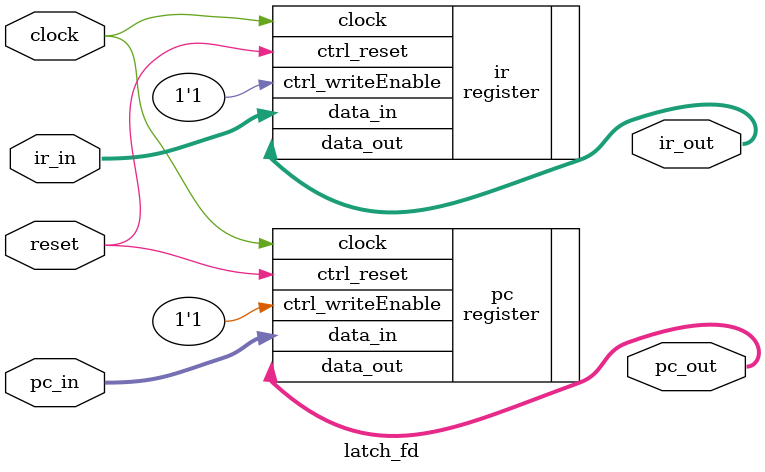
<source format=v>
module latch_fd (ir_in, pc_in, clock, reset, ir_out, pc_out);

input [31:0] ir_in, pc_in;
input clock, reset;

output [31:0] ir_out, pc_out;

register ir (
    .data_out(ir_out),
	 .clock(clock),
    .ctrl_writeEnable(1'b1),
    .ctrl_reset(reset),
	 .data_in(ir_in)
);

register pc (
    .data_out(pc_out),
	 .clock(clock),
    .ctrl_writeEnable(1'b1),
    .ctrl_reset(reset),
	 .data_in(pc_in)
);


endmodule 
</source>
